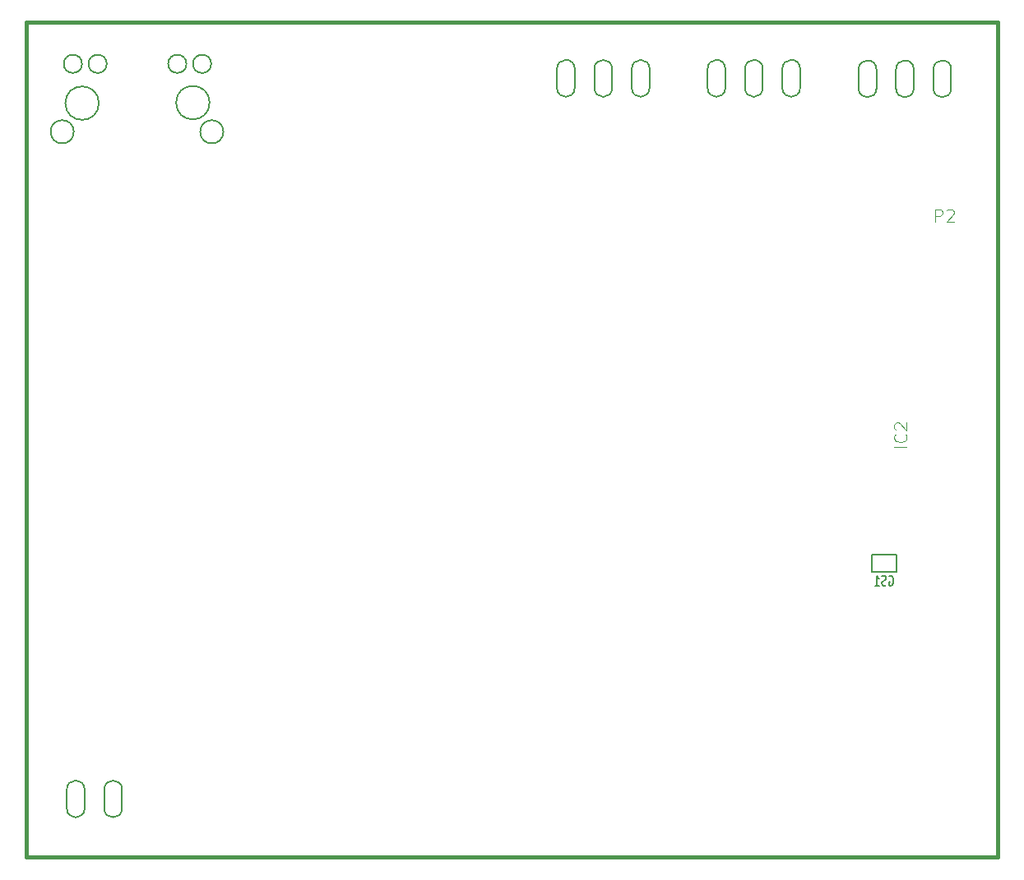
<source format=gbo>
G04 (created by PCBNEW (2013-jul-07)-stable) date ven. 28 nov. 2014 17:47:18 CET*
%MOIN*%
G04 Gerber Fmt 3.4, Leading zero omitted, Abs format*
%FSLAX34Y34*%
G01*
G70*
G90*
G04 APERTURE LIST*
%ADD10C,0.00590551*%
%ADD11C,0.015*%
%ADD12C,0.005*%
%ADD13C,0.0035*%
G04 APERTURE END LIST*
G54D10*
G54D11*
X52362Y-44488D02*
X12992Y-44488D01*
X52362Y-10629D02*
X52362Y-44488D01*
X52362Y-10629D02*
X12992Y-10629D01*
X12992Y-44488D02*
X12992Y-10629D01*
G54D12*
X48260Y-32910D02*
X47260Y-32910D01*
X47260Y-32210D02*
X48260Y-32210D01*
X47260Y-32210D02*
X47260Y-32910D01*
X48260Y-32910D02*
X48260Y-32210D01*
G54D10*
X14637Y-41735D02*
X14637Y-42515D01*
X15358Y-41735D02*
X15358Y-42515D01*
X14637Y-42515D02*
G75*
G03X15358Y-42515I360J0D01*
G74*
G01*
X15358Y-41735D02*
G75*
G03X14637Y-41735I-360J0D01*
G74*
G01*
X16153Y-41735D02*
X16153Y-42515D01*
X16874Y-41735D02*
X16874Y-42515D01*
X16153Y-42515D02*
G75*
G03X16874Y-42515I360J0D01*
G74*
G01*
X16874Y-41735D02*
G75*
G03X16153Y-41735I-360J0D01*
G74*
G01*
X15934Y-13898D02*
G75*
G03X15934Y-13898I-678J0D01*
G74*
G01*
X20422Y-13879D02*
G75*
G03X20422Y-13879I-678J0D01*
G74*
G01*
X20488Y-12304D02*
G75*
G03X20488Y-12304I-370J0D01*
G74*
G01*
X19484Y-12304D02*
G75*
G03X19484Y-12304I-370J0D01*
G74*
G01*
X16256Y-12304D02*
G75*
G03X16256Y-12304I-370J0D01*
G74*
G01*
X15252Y-12304D02*
G75*
G03X15252Y-12304I-370J0D01*
G74*
G01*
X20982Y-15060D02*
G75*
G03X20982Y-15060I-470J0D01*
G74*
G01*
X14919Y-15060D02*
G75*
G03X14919Y-15060I-470J0D01*
G74*
G01*
X38254Y-13283D02*
X38254Y-12503D01*
X37533Y-13283D02*
X37533Y-12503D01*
X38254Y-12503D02*
G75*
G03X37533Y-12503I-360J0D01*
G74*
G01*
X37533Y-13283D02*
G75*
G03X38254Y-13283I360J0D01*
G74*
G01*
X36738Y-13283D02*
X36738Y-12503D01*
X36017Y-13283D02*
X36017Y-12503D01*
X36738Y-12503D02*
G75*
G03X36017Y-12503I-360J0D01*
G74*
G01*
X36017Y-13283D02*
G75*
G03X36738Y-13283I360J0D01*
G74*
G01*
X35222Y-13283D02*
X35222Y-12503D01*
X34501Y-13283D02*
X34501Y-12503D01*
X35222Y-12503D02*
G75*
G03X34501Y-12503I-360J0D01*
G74*
G01*
X34501Y-13283D02*
G75*
G03X35222Y-13283I360J0D01*
G74*
G01*
X50478Y-13303D02*
X50478Y-12523D01*
X49757Y-13303D02*
X49757Y-12523D01*
X50478Y-12523D02*
G75*
G03X49757Y-12523I-360J0D01*
G74*
G01*
X49757Y-13303D02*
G75*
G03X50478Y-13303I360J0D01*
G74*
G01*
X48962Y-13303D02*
X48962Y-12523D01*
X48241Y-13303D02*
X48241Y-12523D01*
X48962Y-12523D02*
G75*
G03X48241Y-12523I-360J0D01*
G74*
G01*
X48241Y-13303D02*
G75*
G03X48962Y-13303I360J0D01*
G74*
G01*
X47447Y-13303D02*
X47447Y-12523D01*
X46726Y-13303D02*
X46726Y-12523D01*
X47447Y-12523D02*
G75*
G03X46726Y-12523I-360J0D01*
G74*
G01*
X46726Y-13303D02*
G75*
G03X47447Y-13303I360J0D01*
G74*
G01*
X44356Y-13283D02*
X44356Y-12503D01*
X43635Y-13283D02*
X43635Y-12503D01*
X44356Y-12503D02*
G75*
G03X43635Y-12503I-360J0D01*
G74*
G01*
X43635Y-13283D02*
G75*
G03X44356Y-13283I360J0D01*
G74*
G01*
X42840Y-13283D02*
X42840Y-12503D01*
X42119Y-13283D02*
X42119Y-12503D01*
X42840Y-12503D02*
G75*
G03X42119Y-12503I-360J0D01*
G74*
G01*
X42119Y-13283D02*
G75*
G03X42840Y-13283I360J0D01*
G74*
G01*
X41325Y-13283D02*
X41325Y-12503D01*
X40604Y-13283D02*
X40604Y-12503D01*
X41325Y-12503D02*
G75*
G03X40604Y-12503I-360J0D01*
G74*
G01*
X40604Y-13283D02*
G75*
G03X41325Y-13283I360J0D01*
G74*
G01*
G54D12*
X47967Y-33090D02*
X47995Y-33071D01*
X48038Y-33071D01*
X48081Y-33090D01*
X48110Y-33129D01*
X48124Y-33167D01*
X48138Y-33243D01*
X48138Y-33300D01*
X48124Y-33376D01*
X48110Y-33414D01*
X48081Y-33452D01*
X48038Y-33471D01*
X48010Y-33471D01*
X47967Y-33452D01*
X47952Y-33433D01*
X47952Y-33300D01*
X48010Y-33300D01*
X47838Y-33452D02*
X47795Y-33471D01*
X47724Y-33471D01*
X47695Y-33452D01*
X47681Y-33433D01*
X47667Y-33395D01*
X47667Y-33357D01*
X47681Y-33319D01*
X47695Y-33300D01*
X47724Y-33281D01*
X47781Y-33262D01*
X47810Y-33243D01*
X47824Y-33224D01*
X47838Y-33186D01*
X47838Y-33148D01*
X47824Y-33110D01*
X47810Y-33090D01*
X47781Y-33071D01*
X47710Y-33071D01*
X47667Y-33090D01*
X47381Y-33471D02*
X47552Y-33471D01*
X47467Y-33471D02*
X47467Y-33071D01*
X47495Y-33129D01*
X47524Y-33167D01*
X47552Y-33186D01*
G54D13*
X48672Y-27863D02*
X48172Y-27863D01*
X48624Y-27339D02*
X48648Y-27363D01*
X48672Y-27434D01*
X48672Y-27482D01*
X48648Y-27553D01*
X48600Y-27601D01*
X48553Y-27625D01*
X48458Y-27648D01*
X48386Y-27648D01*
X48291Y-27625D01*
X48243Y-27601D01*
X48196Y-27553D01*
X48172Y-27482D01*
X48172Y-27434D01*
X48196Y-27363D01*
X48220Y-27339D01*
X48220Y-27148D02*
X48196Y-27125D01*
X48172Y-27077D01*
X48172Y-26958D01*
X48196Y-26910D01*
X48220Y-26886D01*
X48267Y-26863D01*
X48315Y-26863D01*
X48386Y-26886D01*
X48672Y-27172D01*
X48672Y-26863D01*
X49830Y-18702D02*
X49830Y-18202D01*
X50021Y-18202D01*
X50069Y-18226D01*
X50092Y-18250D01*
X50116Y-18297D01*
X50116Y-18369D01*
X50092Y-18416D01*
X50069Y-18440D01*
X50021Y-18464D01*
X49830Y-18464D01*
X50307Y-18250D02*
X50330Y-18226D01*
X50378Y-18202D01*
X50497Y-18202D01*
X50545Y-18226D01*
X50569Y-18250D01*
X50592Y-18297D01*
X50592Y-18345D01*
X50569Y-18416D01*
X50283Y-18702D01*
X50592Y-18702D01*
M02*

</source>
